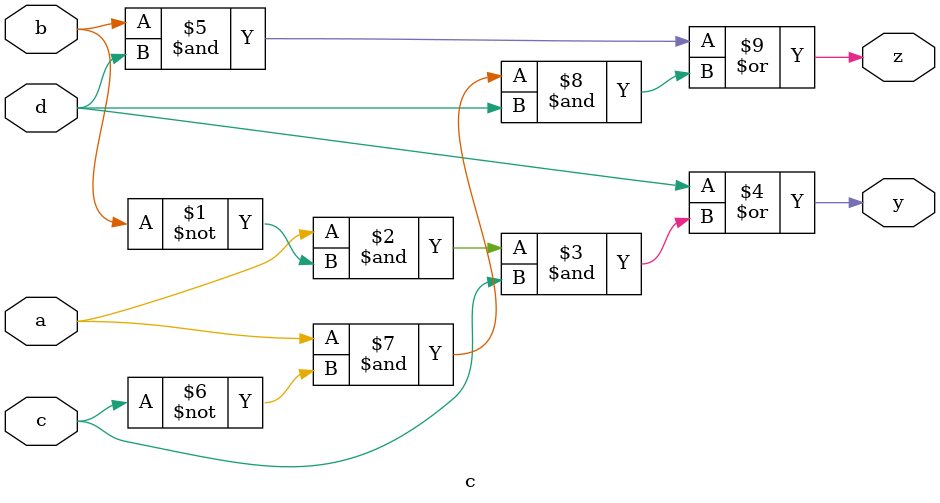
<source format=sv>
`timescale 1ns / 1ps


module c(input logic a, b, c, d, output logic y, z);
assign y = d | (a & ~b & c);
assign z = (b & d) | (a & ~c & d);
endmodule

</source>
